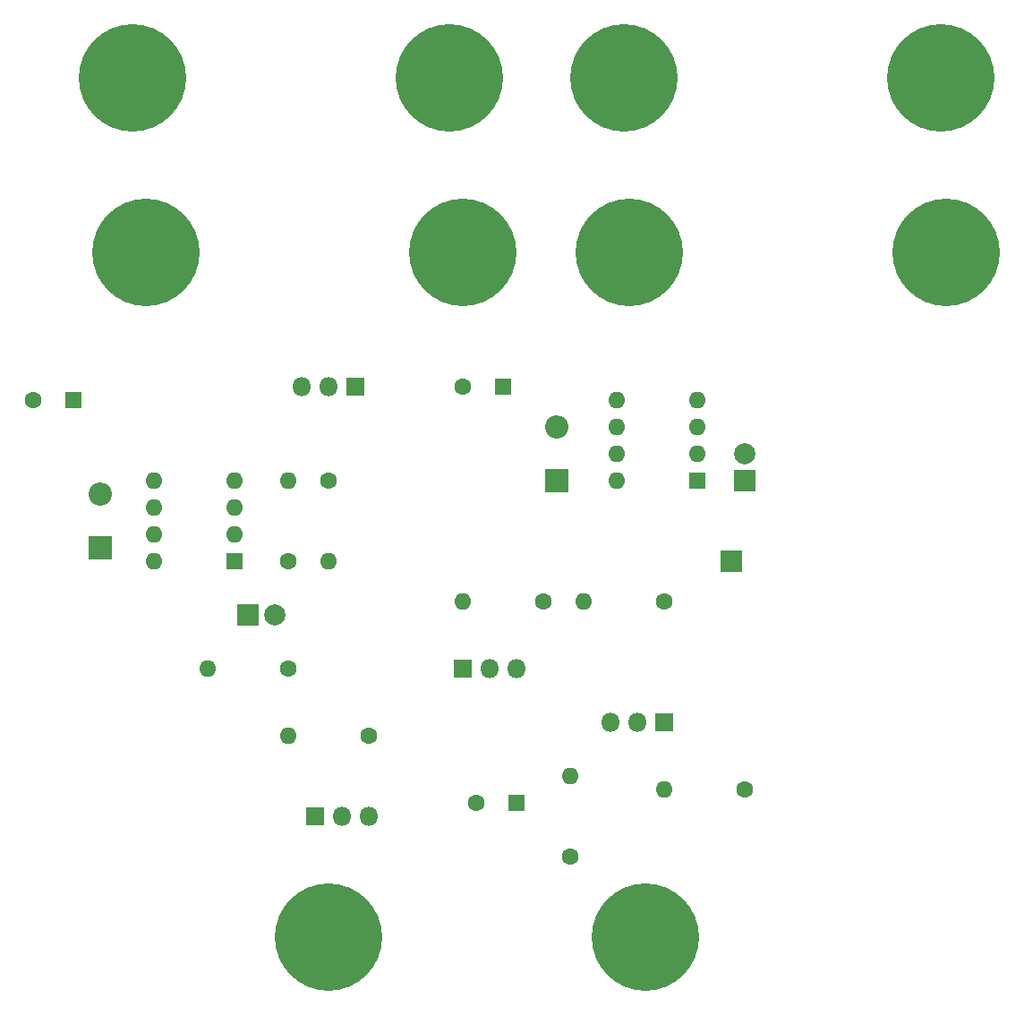
<source format=gbr>
G04 #@! TF.FileFunction,Copper,L1,Top,Signal*
%FSLAX46Y46*%
G04 Gerber Fmt 4.6, Leading zero omitted, Abs format (unit mm)*
G04 Created by KiCad (PCBNEW 4.0.6) date 06/24/19 22:23:21*
%MOMM*%
%LPD*%
G01*
G04 APERTURE LIST*
%ADD10C,0.100000*%
%ADD11C,10.160000*%
%ADD12R,1.600000X1.600000*%
%ADD13C,1.600000*%
%ADD14R,2.200000X2.200000*%
%ADD15O,2.200000X2.200000*%
%ADD16O,1.600000X1.600000*%
%ADD17R,1.800000X1.800000*%
%ADD18O,1.800000X1.800000*%
%ADD19R,2.000000X2.000000*%
%ADD20C,2.000000*%
G04 APERTURE END LIST*
D10*
D11*
X110490000Y-40640000D03*
X140460000Y-40640000D03*
X93980000Y-40640000D03*
X64010000Y-40640000D03*
D12*
X58420000Y-71120000D03*
D13*
X54620000Y-71120000D03*
D12*
X99060000Y-69850000D03*
D13*
X95260000Y-69850000D03*
D12*
X100330000Y-109220000D03*
D13*
X96530000Y-109220000D03*
D14*
X60960000Y-85090000D03*
D15*
X60960000Y-80010000D03*
D14*
X104140000Y-78740000D03*
D15*
X104140000Y-73660000D03*
D11*
X82550000Y-121920000D03*
X112520000Y-121920000D03*
X95250000Y-57150000D03*
X65280000Y-57150000D03*
D13*
X78740000Y-96520000D03*
D16*
X71120000Y-96520000D03*
D13*
X78740000Y-86360000D03*
D16*
X78740000Y-78740000D03*
D13*
X102870000Y-90170000D03*
D16*
X95250000Y-90170000D03*
D13*
X121920000Y-107950000D03*
D16*
X114300000Y-107950000D03*
D11*
X140970000Y-57150000D03*
X111000000Y-57150000D03*
D13*
X86360000Y-102870000D03*
D16*
X78740000Y-102870000D03*
D13*
X82550000Y-78740000D03*
D16*
X82550000Y-86360000D03*
D13*
X114300000Y-90170000D03*
D16*
X106680000Y-90170000D03*
D13*
X105410000Y-114300000D03*
D16*
X105410000Y-106680000D03*
D12*
X73660000Y-86360000D03*
D16*
X66040000Y-78740000D03*
X73660000Y-83820000D03*
X66040000Y-81280000D03*
X73660000Y-81280000D03*
X66040000Y-83820000D03*
X73660000Y-78740000D03*
X66040000Y-86360000D03*
D12*
X117475000Y-78740000D03*
D16*
X109855000Y-71120000D03*
X117475000Y-76200000D03*
X109855000Y-73660000D03*
X117475000Y-73660000D03*
X109855000Y-76200000D03*
X117475000Y-71120000D03*
X109855000Y-78740000D03*
D17*
X81280000Y-110490000D03*
D18*
X83820000Y-110490000D03*
X86360000Y-110490000D03*
D17*
X85090000Y-69850000D03*
D18*
X82550000Y-69850000D03*
X80010000Y-69850000D03*
D17*
X95250000Y-96520000D03*
D18*
X97790000Y-96520000D03*
X100330000Y-96520000D03*
D17*
X114300000Y-101600000D03*
D18*
X111760000Y-101600000D03*
X109220000Y-101600000D03*
D19*
X74930000Y-91440000D03*
D20*
X77470000Y-91440000D03*
D19*
X120650000Y-86360000D03*
X121920000Y-78740000D03*
D20*
X121920000Y-76200000D03*
M02*

</source>
